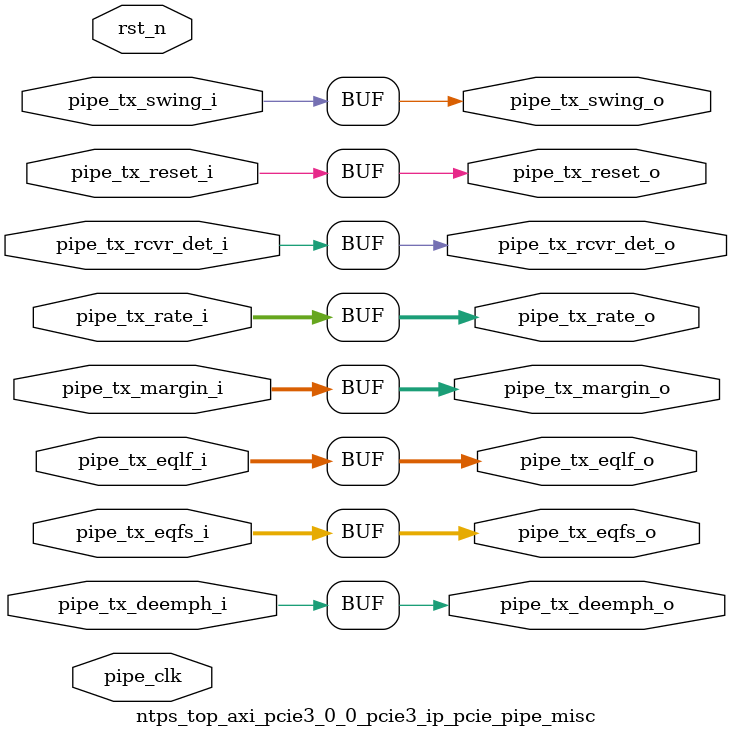
<source format=v>

`timescale 1ps/1ps

module ntps_top_axi_pcie3_0_0_pcie3_ip_pcie_pipe_misc #
(
  parameter        TCQ = 100,
  parameter        PIPE_PIPELINE_STAGES = 0    // 0 - 0 stages, 1 - 1 stage, 2 - 2 stages
) (

  input   wire        pipe_tx_rcvr_det_i      ,     // PIPE Tx Receiver Detect
  input   wire        pipe_tx_reset_i         ,     // PIPE Tx Reset
  input   wire [1:0]  pipe_tx_rate_i          ,     // PIPE Tx Rate
  input   wire        pipe_tx_deemph_i        ,     // PIPE Tx Deemphasis
  input   wire [2:0]  pipe_tx_margin_i        ,     // PIPE Tx Margin
  input   wire        pipe_tx_swing_i         ,     // PIPE Tx Swing
  input   wire [5:0]  pipe_tx_eqfs_i          ,     // PIPE Tx
  input   wire [5:0]  pipe_tx_eqlf_i          ,     // PIPE Tx
  output  wire        pipe_tx_rcvr_det_o      ,     // Pipelined PIPE Tx Receiver Detect
  output  wire        pipe_tx_reset_o         ,     // Pipelined PIPE Tx Reset
  output  wire [1:0]  pipe_tx_rate_o          ,     // Pipelined PIPE Tx Rate
  output  wire        pipe_tx_deemph_o        ,     // Pipelined PIPE Tx Deemphasis
  output  wire [2:0]  pipe_tx_margin_o        ,     // Pipelined PIPE Tx Margin
  output  wire        pipe_tx_swing_o         ,     // Pipelined PIPE Tx Swing
  output wire [5:0]  pipe_tx_eqfs_o           ,     // PIPE Tx
  output wire [5:0]  pipe_tx_eqlf_o           ,     // PIPE Tx

  input   wire        pipe_clk                ,     // PIPE Clock
  input   wire        rst_n                         // Reset
);

  //******************************************************************//
  // Reality check.                                                   //
  //******************************************************************//

  reg                pipe_tx_rcvr_det_q       ;
  reg                pipe_tx_reset_q          ;
  reg [1:0]          pipe_tx_rate_q           ;
  reg                pipe_tx_deemph_q         ;
  reg [2:0]          pipe_tx_margin_q         ;
  reg                pipe_tx_swing_q          ;
  reg                pipe_tx_eqfs_q          ;
  reg                pipe_tx_eqlf_q          ;

  reg                pipe_tx_rcvr_det_qq      ;
  reg                pipe_tx_reset_qq         ;
  reg [1:0]          pipe_tx_rate_qq          ;
  reg                pipe_tx_deemph_qq        ;
  reg [2:0]          pipe_tx_margin_qq        ;
  reg                pipe_tx_swing_qq         ;
  reg                pipe_tx_eqfs_qq          ;
  reg                pipe_tx_eqlf_qq          ;


  generate

  if (PIPE_PIPELINE_STAGES == 0) begin : pipe_stages_0

      assign pipe_tx_rcvr_det_o = pipe_tx_rcvr_det_i;
      assign pipe_tx_reset_o    = pipe_tx_reset_i;
      assign pipe_tx_rate_o     = pipe_tx_rate_i;
      assign pipe_tx_deemph_o   = pipe_tx_deemph_i;
      assign pipe_tx_margin_o   = pipe_tx_margin_i;
      assign pipe_tx_swing_o    = pipe_tx_swing_i;
      assign pipe_tx_eqfs_o     = pipe_tx_eqfs_i;
      assign pipe_tx_eqlf_o     = pipe_tx_eqlf_i;

  end // if (PIPE_PIPELINE_STAGES == 0)
  else if (PIPE_PIPELINE_STAGES == 1) begin : pipe_stages_1

    always @(posedge pipe_clk) begin

      if (!rst_n)
      begin

        pipe_tx_rcvr_det_q <= #TCQ 1'b0;
        pipe_tx_reset_q    <= #TCQ 1'b1;
        pipe_tx_rate_q     <= #TCQ 2'b0;
        pipe_tx_deemph_q   <= #TCQ 1'b1;
        pipe_tx_margin_q   <= #TCQ 3'b0;
        pipe_tx_swing_q    <= #TCQ 1'b0;
        pipe_tx_eqfs_q     <= #TCQ 5'b0;
        pipe_tx_eqlf_q     <= #TCQ 5'b0;

      end
      else
      begin

        pipe_tx_rcvr_det_q <= #TCQ pipe_tx_rcvr_det_i;
        pipe_tx_reset_q    <= #TCQ pipe_tx_reset_i;
        pipe_tx_rate_q     <= #TCQ pipe_tx_rate_i;
        pipe_tx_deemph_q   <= #TCQ pipe_tx_deemph_i;
        pipe_tx_margin_q   <= #TCQ pipe_tx_margin_i;
        pipe_tx_swing_q    <= #TCQ pipe_tx_swing_i;
        pipe_tx_eqfs_q     <= #TCQ pipe_tx_eqfs_i;
        pipe_tx_eqlf_q     <= #TCQ pipe_tx_eqlf_i;

      end

    end

    assign pipe_tx_rcvr_det_o = pipe_tx_rcvr_det_q;
    assign pipe_tx_reset_o    = pipe_tx_reset_q;
    assign pipe_tx_rate_o     = pipe_tx_rate_q;
    assign pipe_tx_deemph_o   = pipe_tx_deemph_q;
    assign pipe_tx_margin_o   = pipe_tx_margin_q;
    assign pipe_tx_swing_o    = pipe_tx_swing_q;
    assign pipe_tx_eqfs_o     = pipe_tx_eqfs_q;
    assign pipe_tx_eqlf_o     = pipe_tx_eqlf_q;

  end // if (PIPE_PIPELINE_STAGES == 1)
  else if (PIPE_PIPELINE_STAGES == 2) begin : pipe_stages_2

    always @(posedge pipe_clk) begin

      if (!rst_n)
      begin

        pipe_tx_rcvr_det_q  <= #TCQ 1'b0;
        pipe_tx_reset_q     <= #TCQ 1'b1;
        pipe_tx_rate_q      <= #TCQ 2'b0;
        pipe_tx_deemph_q    <= #TCQ 1'b1;
        pipe_tx_margin_q    <= #TCQ 1'b0;
        pipe_tx_swing_q     <= #TCQ 1'b0;
        pipe_tx_eqfs_q      <= #TCQ 5'b0;
        pipe_tx_eqlf_q      <= #TCQ 5'b0;

        pipe_tx_rcvr_det_qq <= #TCQ 1'b0;
        pipe_tx_reset_qq    <= #TCQ 1'b1;
        pipe_tx_rate_qq     <= #TCQ 2'b0;
        pipe_tx_deemph_qq   <= #TCQ 1'b1;
        pipe_tx_margin_qq   <= #TCQ 1'b0;
        pipe_tx_swing_qq    <= #TCQ 1'b0;
        pipe_tx_eqfs_qq     <= #TCQ 5'b0;
        pipe_tx_eqlf_qq     <= #TCQ 5'b0;

      end
      else
      begin

        pipe_tx_rcvr_det_q  <= #TCQ pipe_tx_rcvr_det_i;
        pipe_tx_reset_q     <= #TCQ pipe_tx_reset_i;
        pipe_tx_rate_q      <= #TCQ pipe_tx_rate_i;
        pipe_tx_deemph_q    <= #TCQ pipe_tx_deemph_i;
        pipe_tx_margin_q    <= #TCQ pipe_tx_margin_i;
        pipe_tx_swing_q     <= #TCQ pipe_tx_swing_i;
        pipe_tx_eqfs_q      <= #TCQ pipe_tx_eqfs_i;
        pipe_tx_eqlf_q      <= #TCQ pipe_tx_eqlf_i;

        pipe_tx_rcvr_det_qq <= #TCQ pipe_tx_rcvr_det_q;
        pipe_tx_reset_qq    <= #TCQ pipe_tx_reset_q;
        pipe_tx_rate_qq     <= #TCQ pipe_tx_rate_q;
        pipe_tx_deemph_qq   <= #TCQ pipe_tx_deemph_q;
        pipe_tx_margin_qq   <= #TCQ pipe_tx_margin_q;
        pipe_tx_swing_qq    <= #TCQ pipe_tx_swing_q;
        pipe_tx_eqfs_qq     <= #TCQ pipe_tx_eqfs_q;
        pipe_tx_eqlf_qq     <= #TCQ pipe_tx_eqlf_q;

      end

    end

    assign pipe_tx_rcvr_det_o = pipe_tx_rcvr_det_qq;
    assign pipe_tx_reset_o    = pipe_tx_reset_qq;
    assign pipe_tx_rate_o     = pipe_tx_rate_qq;
    assign pipe_tx_deemph_o   = pipe_tx_deemph_qq;
    assign pipe_tx_margin_o   = pipe_tx_margin_qq;
    assign pipe_tx_swing_o    = pipe_tx_swing_qq;
    assign pipe_tx_eqfs_o     = pipe_tx_eqfs_qq;
    assign pipe_tx_eqlf_o     = pipe_tx_eqlf_qq;

  end // if (PIPE_PIPELINE_STAGES == 2)

  // Default to zero pipeline stages if PIPE_PIPELINE_STAGES != 0,1,2
  else begin
    assign pipe_tx_rcvr_det_o = pipe_tx_rcvr_det_i;
    assign pipe_tx_reset_o    = pipe_tx_reset_i;
    assign pipe_tx_rate_o     = pipe_tx_rate_i;
    assign pipe_tx_deemph_o   = pipe_tx_deemph_i;
    assign pipe_tx_margin_o   = pipe_tx_margin_i;
    assign pipe_tx_swing_o    = pipe_tx_swing_i;
    assign pipe_tx_eqfs_o     = pipe_tx_eqfs_i;
    assign pipe_tx_eqlf_o     = pipe_tx_eqlf_i;
  end
  endgenerate

endmodule


</source>
